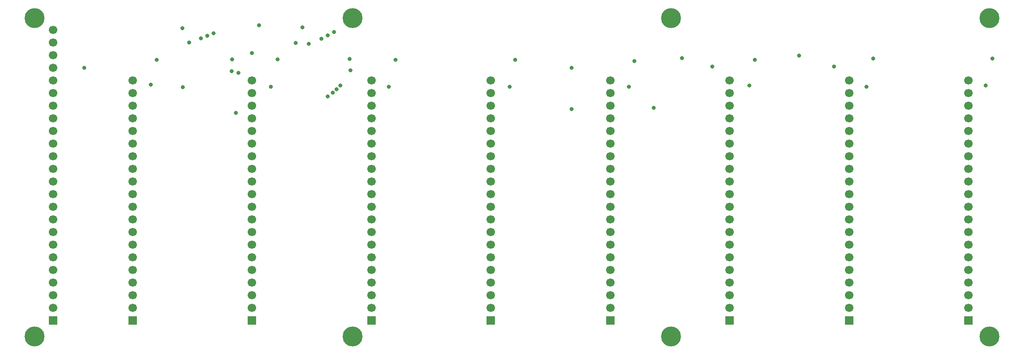
<source format=gbs>
%FSLAX42Y42*%
%MOMM*%
G71*
G01*
G75*
G04 Layer_Color=16711935*
%ADD10C,1.00*%
%ADD11R,1.05X1.30*%
%ADD12R,1.30X1.05*%
%ADD13O,0.60X2.20*%
%ADD14C,0.25*%
%ADD15R,1.50X1.50*%
%ADD16C,1.50*%
%ADD17C,3.81*%
%ADD18C,0.61*%
%ADD19C,0.76*%
%ADD20C,0.25*%
%ADD21C,0.20*%
%ADD22C,0.20*%
%ADD23C,0.15*%
%ADD24C,1.20*%
%ADD25R,1.25X1.50*%
%ADD26R,1.50X1.25*%
%ADD27O,0.80X2.40*%
%ADD28R,1.70X1.70*%
%ADD29C,1.70*%
%ADD30C,4.01*%
%ADD31C,0.81*%
D28*
X19275Y825D02*
D03*
X2475D02*
D03*
X4875D02*
D03*
X7275D02*
D03*
X9675D02*
D03*
X12075D02*
D03*
X14475D02*
D03*
X16875D02*
D03*
X875D02*
D03*
D29*
X19275Y1079D02*
D03*
Y1333D02*
D03*
Y1587D02*
D03*
Y1841D02*
D03*
Y2095D02*
D03*
Y2349D02*
D03*
Y2603D02*
D03*
Y2857D02*
D03*
Y3111D02*
D03*
Y3365D02*
D03*
Y3619D02*
D03*
Y3873D02*
D03*
Y4127D02*
D03*
Y4381D02*
D03*
Y4635D02*
D03*
Y4889D02*
D03*
Y5143D02*
D03*
Y5397D02*
D03*
Y5651D02*
D03*
X2475Y1079D02*
D03*
Y1333D02*
D03*
Y1587D02*
D03*
Y1841D02*
D03*
Y2095D02*
D03*
Y2349D02*
D03*
Y2603D02*
D03*
Y2857D02*
D03*
Y3111D02*
D03*
Y3365D02*
D03*
Y3619D02*
D03*
Y3873D02*
D03*
Y4127D02*
D03*
Y4381D02*
D03*
Y4635D02*
D03*
Y4889D02*
D03*
Y5143D02*
D03*
Y5397D02*
D03*
Y5651D02*
D03*
X4875Y1079D02*
D03*
Y1333D02*
D03*
Y1587D02*
D03*
Y1841D02*
D03*
Y2095D02*
D03*
Y2349D02*
D03*
Y2603D02*
D03*
Y2857D02*
D03*
Y3111D02*
D03*
Y3365D02*
D03*
Y3619D02*
D03*
Y3873D02*
D03*
Y4127D02*
D03*
Y4381D02*
D03*
Y4635D02*
D03*
Y4889D02*
D03*
Y5143D02*
D03*
Y5397D02*
D03*
Y5651D02*
D03*
X7275Y1079D02*
D03*
Y1333D02*
D03*
Y1587D02*
D03*
Y1841D02*
D03*
Y2095D02*
D03*
Y2349D02*
D03*
Y2603D02*
D03*
Y2857D02*
D03*
Y3111D02*
D03*
Y3365D02*
D03*
Y3619D02*
D03*
Y3873D02*
D03*
Y4127D02*
D03*
Y4381D02*
D03*
Y4635D02*
D03*
Y4889D02*
D03*
Y5143D02*
D03*
Y5397D02*
D03*
Y5651D02*
D03*
X9675Y1079D02*
D03*
Y1333D02*
D03*
Y1587D02*
D03*
Y1841D02*
D03*
Y2095D02*
D03*
Y2349D02*
D03*
Y2603D02*
D03*
Y2857D02*
D03*
Y3111D02*
D03*
Y3365D02*
D03*
Y3619D02*
D03*
Y3873D02*
D03*
Y4127D02*
D03*
Y4381D02*
D03*
Y4635D02*
D03*
Y4889D02*
D03*
Y5143D02*
D03*
Y5397D02*
D03*
Y5651D02*
D03*
X12075Y1079D02*
D03*
Y1333D02*
D03*
Y1587D02*
D03*
Y1841D02*
D03*
Y2095D02*
D03*
Y2349D02*
D03*
Y2603D02*
D03*
Y2857D02*
D03*
Y3111D02*
D03*
Y3365D02*
D03*
Y3619D02*
D03*
Y3873D02*
D03*
Y4127D02*
D03*
Y4381D02*
D03*
Y4635D02*
D03*
Y4889D02*
D03*
Y5143D02*
D03*
Y5397D02*
D03*
Y5651D02*
D03*
X14475Y1079D02*
D03*
Y1333D02*
D03*
Y1587D02*
D03*
Y1841D02*
D03*
Y2095D02*
D03*
Y2349D02*
D03*
Y2603D02*
D03*
Y2857D02*
D03*
Y3111D02*
D03*
Y3365D02*
D03*
Y3619D02*
D03*
Y3873D02*
D03*
Y4127D02*
D03*
Y4381D02*
D03*
Y4635D02*
D03*
Y4889D02*
D03*
Y5143D02*
D03*
Y5397D02*
D03*
Y5651D02*
D03*
X16875Y1079D02*
D03*
Y1333D02*
D03*
Y1587D02*
D03*
Y1841D02*
D03*
Y2095D02*
D03*
Y2349D02*
D03*
Y2603D02*
D03*
Y2857D02*
D03*
Y3111D02*
D03*
Y3365D02*
D03*
Y3619D02*
D03*
Y3873D02*
D03*
Y4127D02*
D03*
Y4381D02*
D03*
Y4635D02*
D03*
Y4889D02*
D03*
Y5143D02*
D03*
Y5397D02*
D03*
Y5651D02*
D03*
X875Y6667D02*
D03*
Y6413D02*
D03*
Y6159D02*
D03*
Y5905D02*
D03*
Y5651D02*
D03*
Y5397D02*
D03*
Y5143D02*
D03*
Y4889D02*
D03*
Y4635D02*
D03*
Y4381D02*
D03*
Y4127D02*
D03*
Y3873D02*
D03*
Y3619D02*
D03*
Y3365D02*
D03*
Y3111D02*
D03*
Y2857D02*
D03*
Y2603D02*
D03*
Y2349D02*
D03*
Y2095D02*
D03*
Y1841D02*
D03*
Y1587D02*
D03*
Y1333D02*
D03*
Y1079D02*
D03*
D30*
X500Y6900D02*
D03*
X6900D02*
D03*
X13300D02*
D03*
X19700D02*
D03*
Y500D02*
D03*
X13300D02*
D03*
X6900D02*
D03*
X500D02*
D03*
D31*
X6400Y5325D02*
D03*
X3485Y5510D02*
D03*
X4475Y6075D02*
D03*
X4602Y5802D02*
D03*
X11300Y5900D02*
D03*
Y5075D02*
D03*
X14125Y5925D02*
D03*
X12950Y5100D02*
D03*
X4550Y5000D02*
D03*
X16575Y5925D02*
D03*
X6850Y5850D02*
D03*
X5750Y6400D02*
D03*
X4875Y6200D02*
D03*
X3850Y6500D02*
D03*
X3975Y6550D02*
D03*
X6012Y6389D02*
D03*
X3612Y6414D02*
D03*
X5885Y6716D02*
D03*
X6393Y6558D02*
D03*
X6525Y6625D02*
D03*
X6266Y6491D02*
D03*
X3475Y6700D02*
D03*
X4100Y6600D02*
D03*
X6840Y6085D02*
D03*
X2960Y6065D02*
D03*
X5015Y6760D02*
D03*
X5385Y6075D02*
D03*
X10160Y6065D02*
D03*
X12560Y6035D02*
D03*
X14985Y6065D02*
D03*
X17360Y6090D02*
D03*
X19760D02*
D03*
X1499Y5901D02*
D03*
X15868Y6150D02*
D03*
X13518Y6100D02*
D03*
X4465Y5840D02*
D03*
X6575Y5475D02*
D03*
X6650Y5550D02*
D03*
X6500Y5400D02*
D03*
X7760Y6065D02*
D03*
X5250Y5525D02*
D03*
X7625D02*
D03*
X10050D02*
D03*
X12450D02*
D03*
X14875Y5550D02*
D03*
X17225Y5525D02*
D03*
X19625Y5550D02*
D03*
X2838Y5563D02*
D03*
M02*

</source>
